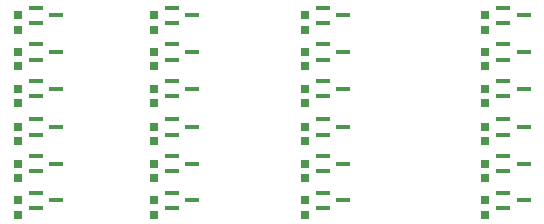
<source format=gbr>
G04 EAGLE Gerber RS-274X export*
G75*
%MOMM*%
%FSLAX34Y34*%
%LPD*%
%INSolderpaste Bottom*%
%IPPOS*%
%AMOC8*
5,1,8,0,0,1.08239X$1,22.5*%
G01*
%ADD10R,1.168400X0.457200*%
%ADD11R,0.800000X0.700000*%


D10*
X125237Y308142D03*
X125237Y321142D03*
X142763Y314642D03*
X125237Y277143D03*
X125237Y290143D03*
X142763Y283643D03*
X125237Y246144D03*
X125237Y259144D03*
X142763Y252644D03*
D11*
X110000Y314682D03*
X110000Y302682D03*
X110000Y283682D03*
X110000Y271682D03*
X110000Y252683D03*
X110000Y240683D03*
D10*
X125237Y213591D03*
X125237Y226591D03*
X142763Y220091D03*
X125237Y182591D03*
X125237Y195591D03*
X142763Y189091D03*
X125237Y151591D03*
X125237Y164591D03*
X142763Y158091D03*
D11*
X110000Y220125D03*
X110000Y208125D03*
X110000Y189125D03*
X110000Y177125D03*
X110000Y158125D03*
X110000Y146125D03*
D10*
X240237Y308142D03*
X240237Y321142D03*
X257763Y314642D03*
X240237Y277143D03*
X240237Y290143D03*
X257763Y283643D03*
X240237Y246144D03*
X240237Y259144D03*
X257763Y252644D03*
D11*
X225000Y314682D03*
X225000Y302682D03*
X225000Y283682D03*
X225000Y271682D03*
X225000Y252683D03*
X225000Y240683D03*
D10*
X240237Y213591D03*
X240237Y226591D03*
X257763Y220091D03*
X240237Y182591D03*
X240237Y195591D03*
X257763Y189091D03*
X240237Y151591D03*
X240237Y164591D03*
X257763Y158091D03*
D11*
X225000Y220125D03*
X225000Y208125D03*
X225000Y189125D03*
X225000Y177125D03*
X225000Y158125D03*
X225000Y146125D03*
D10*
X368237Y308142D03*
X368237Y321142D03*
X385763Y314642D03*
X368237Y277143D03*
X368237Y290143D03*
X385763Y283643D03*
X368237Y246144D03*
X368237Y259144D03*
X385763Y252644D03*
D11*
X353000Y314682D03*
X353000Y302682D03*
X353000Y283682D03*
X353000Y271682D03*
X353000Y252683D03*
X353000Y240683D03*
D10*
X368237Y213591D03*
X368237Y226591D03*
X385763Y220091D03*
X368237Y182591D03*
X368237Y195591D03*
X385763Y189091D03*
X368237Y151591D03*
X368237Y164591D03*
X385763Y158091D03*
D11*
X353000Y220125D03*
X353000Y208125D03*
X353000Y189125D03*
X353000Y177125D03*
X353000Y158125D03*
X353000Y146125D03*
D10*
X521237Y308142D03*
X521237Y321142D03*
X538763Y314642D03*
X521237Y277143D03*
X521237Y290143D03*
X538763Y283643D03*
X521237Y246144D03*
X521237Y259144D03*
X538763Y252644D03*
D11*
X506000Y314682D03*
X506000Y302682D03*
X506000Y283682D03*
X506000Y271682D03*
X506000Y252683D03*
X506000Y240683D03*
D10*
X521237Y213591D03*
X521237Y226591D03*
X538763Y220091D03*
X521237Y182591D03*
X521237Y195591D03*
X538763Y189091D03*
X521237Y151591D03*
X521237Y164591D03*
X538763Y158091D03*
D11*
X506000Y220125D03*
X506000Y208125D03*
X506000Y189125D03*
X506000Y177125D03*
X506000Y158125D03*
X506000Y146125D03*
M02*

</source>
